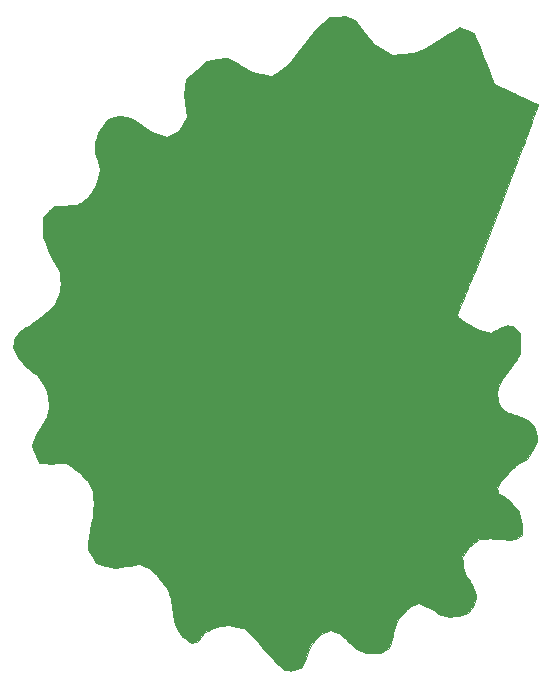
<source format=gtl>
%TF.GenerationSoftware,KiCad,Pcbnew,(5.1.8-0-10_14)*%
%TF.CreationDate,2021-09-01T19:15:24+01:00*%
%TF.ProjectId,4u-2col-blank-ammonite,34752d32-636f-46c2-9d62-6c616e6b2d61,rev?*%
%TF.SameCoordinates,Original*%
%TF.FileFunction,Copper,L1,Top*%
%TF.FilePolarity,Positive*%
%FSLAX46Y46*%
G04 Gerber Fmt 4.6, Leading zero omitted, Abs format (unit mm)*
G04 Created by KiCad (PCBNEW (5.1.8-0-10_14)) date 2021-09-01 19:15:24*
%MOMM*%
%LPD*%
G01*
G04 APERTURE LIST*
%TA.AperFunction,EtchedComponent*%
%ADD10C,0.010000*%
%TD*%
G04 APERTURE END LIST*
D10*
%TO.C,Ref\u002A\u002A*%
G36*
X81864583Y-29388281D02*
G01*
X82679500Y-30403728D01*
X83494417Y-31419176D01*
X84991399Y-32321830D01*
X85872741Y-32255741D01*
X86754083Y-32189653D01*
X87318883Y-31968116D01*
X87883683Y-31746578D01*
X89282330Y-30877539D01*
X89503980Y-30740122D01*
X89715739Y-30609428D01*
X89914788Y-30487159D01*
X90098308Y-30375020D01*
X90263482Y-30274714D01*
X90407491Y-30187945D01*
X90527517Y-30116417D01*
X90620741Y-30061833D01*
X90684347Y-30025897D01*
X90715515Y-30010313D01*
X90717780Y-30009785D01*
X90745964Y-30018031D01*
X90807998Y-30040747D01*
X90898750Y-30075903D01*
X91013085Y-30121468D01*
X91145869Y-30175412D01*
X91291969Y-30235705D01*
X91346974Y-30258632D01*
X91939364Y-30506193D01*
X92069278Y-30823555D01*
X92096498Y-30890359D01*
X92138157Y-30993031D01*
X92192881Y-31128169D01*
X92259298Y-31292372D01*
X92336033Y-31482237D01*
X92421712Y-31694364D01*
X92514961Y-31925351D01*
X92614407Y-32171797D01*
X92718675Y-32430300D01*
X92826392Y-32697458D01*
X92932806Y-32961488D01*
X93666419Y-34782060D01*
X95528376Y-35657330D01*
X95798424Y-35784547D01*
X96055716Y-35906290D01*
X96297773Y-36021356D01*
X96522115Y-36128544D01*
X96726264Y-36226653D01*
X96907739Y-36314481D01*
X97064062Y-36390827D01*
X97192754Y-36454489D01*
X97291335Y-36504266D01*
X97357326Y-36538957D01*
X97388247Y-36557360D01*
X97390333Y-36559657D01*
X97383082Y-36581748D01*
X97361763Y-36641762D01*
X97327027Y-36737929D01*
X97279525Y-36868481D01*
X97219910Y-37031648D01*
X97148831Y-37225662D01*
X97066942Y-37448753D01*
X96974892Y-37699151D01*
X96873333Y-37975089D01*
X96762917Y-38274796D01*
X96644294Y-38596504D01*
X96518117Y-38938443D01*
X96385036Y-39298844D01*
X96245704Y-39675939D01*
X96100770Y-40067957D01*
X95950887Y-40473131D01*
X95796705Y-40889690D01*
X95706030Y-41134565D01*
X94021727Y-45682417D01*
X92263090Y-50021584D01*
X92096851Y-50431847D01*
X91934796Y-50831970D01*
X91777644Y-51220164D01*
X91626120Y-51594640D01*
X91480942Y-51953611D01*
X91342834Y-52295287D01*
X91212516Y-52617879D01*
X91090710Y-52919601D01*
X90978137Y-53198662D01*
X90875519Y-53453274D01*
X90783576Y-53681649D01*
X90703032Y-53881998D01*
X90634606Y-54052533D01*
X90579021Y-54191465D01*
X90536997Y-54297005D01*
X90509257Y-54367366D01*
X90496521Y-54400758D01*
X90495753Y-54403176D01*
X90498965Y-54421662D01*
X90517384Y-54447720D01*
X90554519Y-54484405D01*
X90613875Y-54534774D01*
X90698960Y-54601883D01*
X90813280Y-54688789D01*
X90885401Y-54742787D01*
X91000976Y-54828469D01*
X91100281Y-54900278D01*
X91190238Y-54962402D01*
X91277770Y-55019028D01*
X91369799Y-55074344D01*
X91473249Y-55132538D01*
X91595040Y-55197797D01*
X91742096Y-55274310D01*
X91887000Y-55348697D01*
X92490250Y-55657420D01*
X93364758Y-55855286D01*
X93624895Y-55724883D01*
X93730875Y-55672696D01*
X93863365Y-55608886D01*
X94010272Y-55539195D01*
X94159499Y-55469370D01*
X94277724Y-55414846D01*
X94414200Y-55352432D01*
X94520455Y-55305663D01*
X94605085Y-55273290D01*
X94676686Y-55254062D01*
X94743855Y-55246731D01*
X94815186Y-55250048D01*
X94899276Y-55262762D01*
X95004720Y-55283626D01*
X95077380Y-55298625D01*
X95251510Y-55334417D01*
X95569505Y-55629736D01*
X95887500Y-55925056D01*
X95887500Y-57531933D01*
X95725799Y-57840758D01*
X95674407Y-57935913D01*
X95619327Y-58031213D01*
X95557201Y-58131708D01*
X95484673Y-58242445D01*
X95398388Y-58368473D01*
X95294989Y-58514840D01*
X95171119Y-58686594D01*
X95084246Y-58805750D01*
X94964193Y-58970053D01*
X94840944Y-59138982D01*
X94719383Y-59305824D01*
X94604393Y-59463868D01*
X94500859Y-59606402D01*
X94413665Y-59726716D01*
X94360307Y-59800584D01*
X94116220Y-60139250D01*
X94011459Y-60520250D01*
X93906697Y-60901250D01*
X93940585Y-61261084D01*
X93953324Y-61393187D01*
X93964599Y-61493305D01*
X93976797Y-61571614D01*
X93992303Y-61638285D01*
X94013506Y-61703493D01*
X94042791Y-61777412D01*
X94082544Y-61870215D01*
X94084582Y-61874917D01*
X94194691Y-62128917D01*
X94420645Y-62308834D01*
X94513365Y-62382583D01*
X94603011Y-62453745D01*
X94679884Y-62514630D01*
X94734286Y-62557549D01*
X94737964Y-62560437D01*
X94783729Y-62591834D01*
X94840287Y-62620697D01*
X94915106Y-62649913D01*
X95015657Y-62682370D01*
X95149407Y-62720956D01*
X95162623Y-62724632D01*
X95368960Y-62787908D01*
X95597485Y-62868601D01*
X95834441Y-62961768D01*
X95905587Y-62991612D01*
X96315257Y-63166084D01*
X96654588Y-63453353D01*
X96993918Y-63740623D01*
X97160376Y-64309562D01*
X97203641Y-64458195D01*
X97242725Y-64593921D01*
X97276106Y-64711335D01*
X97302262Y-64805031D01*
X97319670Y-64869606D01*
X97326807Y-64899655D01*
X97326901Y-64900709D01*
X97319389Y-64926982D01*
X97298577Y-64985372D01*
X97267121Y-65068784D01*
X97227680Y-65170124D01*
X97198210Y-65244268D01*
X97154825Y-65349886D01*
X97113183Y-65444062D01*
X97069270Y-65534154D01*
X97019071Y-65627519D01*
X96958572Y-65731517D01*
X96883761Y-65853504D01*
X96790622Y-66000839D01*
X96755552Y-66055696D01*
X96441653Y-66545773D01*
X96070926Y-66750345D01*
X95955283Y-66814610D01*
X95860693Y-66869002D01*
X95779970Y-66918755D01*
X95705924Y-66969100D01*
X95631367Y-67025271D01*
X95549110Y-67092500D01*
X95451965Y-67176020D01*
X95332743Y-67281064D01*
X95291142Y-67317959D01*
X95121709Y-67470903D01*
X94975091Y-67609663D01*
X94840228Y-67745442D01*
X94706060Y-67889445D01*
X94561526Y-68052873D01*
X94532833Y-68086055D01*
X94415292Y-68223533D01*
X94321170Y-68336838D01*
X94245277Y-68433000D01*
X94182423Y-68519049D01*
X94127420Y-68602016D01*
X94075076Y-68688931D01*
X94033800Y-68762098D01*
X93884018Y-69033088D01*
X93947179Y-69244302D01*
X94010341Y-69455516D01*
X94242005Y-69581050D01*
X94385846Y-69666628D01*
X94550402Y-69777920D01*
X94727749Y-69909462D01*
X94796578Y-69963409D01*
X94903899Y-70049475D01*
X94990621Y-70121630D01*
X95063807Y-70187073D01*
X95130518Y-70253001D01*
X95197817Y-70326614D01*
X95272767Y-70415109D01*
X95362429Y-70525687D01*
X95424424Y-70603361D01*
X95729361Y-70986489D01*
X95876091Y-71574203D01*
X95918712Y-71744749D01*
X95952360Y-71881921D01*
X95977895Y-71993519D01*
X95996176Y-72087343D01*
X96008064Y-72171196D01*
X96014418Y-72252877D01*
X96016098Y-72340187D01*
X96013965Y-72440928D01*
X96008878Y-72562899D01*
X96001706Y-72713704D01*
X95988638Y-72990325D01*
X95541256Y-73342051D01*
X94903250Y-73423767D01*
X94437583Y-73360401D01*
X94035765Y-73314369D01*
X93649453Y-73287317D01*
X93284593Y-73279420D01*
X92947131Y-73290850D01*
X92730224Y-73310465D01*
X92398699Y-73349379D01*
X91532551Y-74003417D01*
X90969037Y-74887017D01*
X90993716Y-75302467D01*
X91002741Y-75448280D01*
X91011151Y-75560971D01*
X91020428Y-75649703D01*
X91032053Y-75723635D01*
X91047507Y-75791929D01*
X91068273Y-75863744D01*
X91095831Y-75948242D01*
X91100332Y-75961651D01*
X91134901Y-76063463D01*
X91164413Y-76145316D01*
X91193024Y-76215259D01*
X91224889Y-76281341D01*
X91264165Y-76351612D01*
X91315006Y-76434120D01*
X91381569Y-76536914D01*
X91454431Y-76647490D01*
X91524156Y-76755655D01*
X91587272Y-76860103D01*
X91647860Y-76968593D01*
X91709997Y-77088886D01*
X91777763Y-77228742D01*
X91855236Y-77395923D01*
X91901792Y-77498625D01*
X91965597Y-77641665D01*
X92023097Y-77773460D01*
X92072087Y-77888724D01*
X92110365Y-77982171D01*
X92135725Y-78048513D01*
X92145964Y-78082466D01*
X92146058Y-78084449D01*
X92140765Y-78116427D01*
X92127595Y-78182533D01*
X92108050Y-78275613D01*
X92083633Y-78388516D01*
X92055847Y-78514088D01*
X92054968Y-78518016D01*
X91966480Y-78913384D01*
X91725026Y-79251212D01*
X91483571Y-79589040D01*
X91097911Y-79709492D01*
X90952382Y-79754158D01*
X90834290Y-79787817D01*
X90730999Y-79813115D01*
X90629877Y-79832700D01*
X90518288Y-79849221D01*
X90383598Y-79865325D01*
X90322194Y-79872051D01*
X89932138Y-79914158D01*
X88934974Y-79670990D01*
X88724759Y-79495444D01*
X88630749Y-79419302D01*
X88547512Y-79358670D01*
X88463021Y-79306196D01*
X88365249Y-79254523D01*
X88242170Y-79196297D01*
X88216396Y-79184551D01*
X88078890Y-79120916D01*
X87922743Y-79046729D01*
X87766824Y-78971055D01*
X87630006Y-78902959D01*
X87625700Y-78900776D01*
X87333150Y-78752350D01*
X87012345Y-78849743D01*
X86873465Y-78894151D01*
X86761458Y-78934611D01*
X86681164Y-78969241D01*
X86638144Y-78995486D01*
X86604395Y-79025709D01*
X86545609Y-79078008D01*
X86468484Y-79146437D01*
X86379718Y-79225054D01*
X86320167Y-79277725D01*
X86214040Y-79375490D01*
X86092148Y-79494150D01*
X85965942Y-79622176D01*
X85846872Y-79748039D01*
X85781334Y-79820290D01*
X85507085Y-80128964D01*
X85342101Y-80548107D01*
X85284148Y-80697066D01*
X85239455Y-80817614D01*
X85204913Y-80920380D01*
X85177414Y-81015993D01*
X85153846Y-81115082D01*
X85131102Y-81228277D01*
X85111136Y-81337667D01*
X85085375Y-81476362D01*
X85060420Y-81594240D01*
X85033066Y-81702672D01*
X85000106Y-81813029D01*
X84958334Y-81936682D01*
X84904542Y-82085000D01*
X84887293Y-82131417D01*
X84729431Y-82554750D01*
X84342896Y-82771709D01*
X83956362Y-82988667D01*
X82808167Y-82988667D01*
X82396387Y-82795651D01*
X81984608Y-82602635D01*
X81596512Y-82264561D01*
X81461115Y-82144761D01*
X81312044Y-82009735D01*
X81160444Y-81869784D01*
X81017461Y-81735209D01*
X80894238Y-81616312D01*
X80880333Y-81602624D01*
X80552250Y-81278761D01*
X80144399Y-81172345D01*
X79736548Y-81065928D01*
X79382399Y-81204486D01*
X79028250Y-81343043D01*
X78573167Y-81809216D01*
X78118083Y-82275388D01*
X77883285Y-82901902D01*
X77789461Y-83146462D01*
X77696933Y-83376541D01*
X77608653Y-83585111D01*
X77527571Y-83765148D01*
X77476219Y-83871343D01*
X77303951Y-84214268D01*
X76904224Y-84342301D01*
X76776579Y-84381902D01*
X76658278Y-84416218D01*
X76556867Y-84443248D01*
X76479890Y-84460988D01*
X76434893Y-84467436D01*
X76432873Y-84467403D01*
X76383033Y-84464214D01*
X76302823Y-84457815D01*
X76204000Y-84449187D01*
X76114696Y-84440883D01*
X76029344Y-84433072D01*
X75963567Y-84425737D01*
X75910720Y-84415082D01*
X75864160Y-84397311D01*
X75817242Y-84368629D01*
X75763323Y-84325239D01*
X75695758Y-84263345D01*
X75607904Y-84179153D01*
X75536846Y-84110743D01*
X75228006Y-83807699D01*
X74913943Y-83486305D01*
X74590715Y-83142347D01*
X74254379Y-82771613D01*
X73900994Y-82369889D01*
X73813728Y-82269000D01*
X73648024Y-82077305D01*
X73505860Y-81914047D01*
X73383526Y-81775259D01*
X73277318Y-81656977D01*
X73183528Y-81555236D01*
X73098449Y-81466070D01*
X73018376Y-81385515D01*
X72939602Y-81309604D01*
X72858419Y-81234374D01*
X72783372Y-81166770D01*
X72437503Y-80858290D01*
X71817043Y-80746122D01*
X71196583Y-80633953D01*
X70498083Y-80655523D01*
X70095917Y-80796801D01*
X69949463Y-80849037D01*
X69832864Y-80893190D01*
X69735683Y-80934172D01*
X69647483Y-80976894D01*
X69557828Y-81026265D01*
X69456283Y-81087197D01*
X69386368Y-81130683D01*
X69078987Y-81323287D01*
X68809709Y-81664751D01*
X68540431Y-82006214D01*
X68302174Y-82063912D01*
X68205772Y-82086747D01*
X68123670Y-82105241D01*
X68065065Y-82117384D01*
X68039888Y-82121222D01*
X68003883Y-82108851D01*
X67940802Y-82075343D01*
X67857312Y-82025127D01*
X67760079Y-81962628D01*
X67655772Y-81892275D01*
X67551056Y-81818494D01*
X67452599Y-81745713D01*
X67367068Y-81678359D01*
X67344250Y-81659297D01*
X67261266Y-81587335D01*
X67195793Y-81525676D01*
X67140238Y-81465228D01*
X67087010Y-81396896D01*
X67028515Y-81311588D01*
X66957162Y-81200209D01*
X66945580Y-81181806D01*
X66875295Y-81068495D01*
X66821305Y-80976137D01*
X66778431Y-80893462D01*
X66741492Y-80809201D01*
X66705309Y-80712084D01*
X66664701Y-80590842D01*
X66643021Y-80523591D01*
X66614953Y-80435359D01*
X66591144Y-80357754D01*
X66570612Y-80285578D01*
X66552373Y-80213632D01*
X66535442Y-80136717D01*
X66518837Y-80049635D01*
X66501573Y-79947188D01*
X66482666Y-79824175D01*
X66461134Y-79675399D01*
X66435992Y-79495661D01*
X66406257Y-79279763D01*
X66402549Y-79252750D01*
X66277633Y-78342584D01*
X66141943Y-77970262D01*
X66092192Y-77835337D01*
X66051157Y-77730254D01*
X66013640Y-77644876D01*
X65974441Y-77569063D01*
X65928360Y-77492679D01*
X65870198Y-77405585D01*
X65802958Y-77309284D01*
X65724192Y-77200340D01*
X65626530Y-77069728D01*
X65518241Y-76928249D01*
X65407596Y-76786701D01*
X65302863Y-76655884D01*
X65298962Y-76651087D01*
X65192483Y-76521471D01*
X65104061Y-76417610D01*
X65025995Y-76331663D01*
X64950582Y-76255792D01*
X64870122Y-76182157D01*
X64776912Y-76102918D01*
X64692934Y-76034229D01*
X64582804Y-75945610D01*
X64495371Y-75877904D01*
X64420686Y-75825073D01*
X64348797Y-75781084D01*
X64269754Y-75739901D01*
X64173606Y-75695488D01*
X64050401Y-75641810D01*
X64035012Y-75635186D01*
X63682417Y-75483460D01*
X63100333Y-75550869D01*
X62914401Y-75572824D01*
X62711829Y-75597468D01*
X62505546Y-75623178D01*
X62308478Y-75648335D01*
X62133552Y-75671316D01*
X62052583Y-75682287D01*
X61586917Y-75746296D01*
X61142417Y-75666834D01*
X60903566Y-75620889D01*
X60690600Y-75572364D01*
X60487094Y-75517255D01*
X60327500Y-75468134D01*
X59957083Y-75348894D01*
X59741241Y-75004239D01*
X59661118Y-74874735D01*
X59577396Y-74736724D01*
X59497230Y-74602178D01*
X59427773Y-74483071D01*
X59389843Y-74416167D01*
X59254288Y-74172750D01*
X59282998Y-73738834D01*
X59294650Y-73579239D01*
X59307855Y-73437411D01*
X59324183Y-73302066D01*
X59345198Y-73161920D01*
X59372467Y-73005690D01*
X59407558Y-72822090D01*
X59416712Y-72775750D01*
X59473887Y-72486808D01*
X59523219Y-72235163D01*
X59565358Y-72016639D01*
X59600953Y-71827061D01*
X59630654Y-71662253D01*
X59655110Y-71518038D01*
X59674971Y-71390241D01*
X59690886Y-71274687D01*
X59703504Y-71167199D01*
X59713475Y-71063602D01*
X59721447Y-70959719D01*
X59728071Y-70851376D01*
X59733924Y-70735934D01*
X59741345Y-70569727D01*
X59745928Y-70433782D01*
X59747404Y-70316782D01*
X59745504Y-70207408D01*
X59739959Y-70094341D01*
X59730501Y-69966264D01*
X59716861Y-69811857D01*
X59710310Y-69741637D01*
X59663312Y-69241989D01*
X59478967Y-68832250D01*
X59294622Y-68422510D01*
X58885019Y-68037036D01*
X58729005Y-67892119D01*
X58594449Y-67771770D01*
X58473802Y-67669730D01*
X58359512Y-67579734D01*
X58244030Y-67495522D01*
X58172921Y-67446450D01*
X58051771Y-67362473D01*
X57923064Y-67270171D01*
X57799406Y-67178777D01*
X57693402Y-67097524D01*
X57657940Y-67069261D01*
X57445456Y-66897185D01*
X56690436Y-66924039D01*
X56484143Y-66931163D01*
X56313489Y-66936393D01*
X56171817Y-66939670D01*
X56052472Y-66940933D01*
X55948799Y-66940120D01*
X55854142Y-66937172D01*
X55761846Y-66932028D01*
X55665255Y-66924626D01*
X55557713Y-66914907D01*
X55543833Y-66913590D01*
X55420481Y-66901692D01*
X55312925Y-66891036D01*
X55227743Y-66882299D01*
X55171513Y-66876153D01*
X55150813Y-66873275D01*
X55150809Y-66873268D01*
X55140553Y-66854773D01*
X55113728Y-66806713D01*
X55074451Y-66736458D01*
X55028618Y-66654554D01*
X54841706Y-66287679D01*
X54679961Y-65902793D01*
X54601468Y-65680088D01*
X54509995Y-65400093D01*
X54673131Y-64949355D01*
X54836267Y-64498616D01*
X55101976Y-64107516D01*
X55195366Y-63967899D01*
X55294943Y-63815337D01*
X55393086Y-63661754D01*
X55482179Y-63519070D01*
X55554343Y-63399645D01*
X55616496Y-63293607D01*
X55664712Y-63208246D01*
X55702618Y-63134633D01*
X55733843Y-63063839D01*
X55762013Y-62986934D01*
X55790754Y-62894988D01*
X55823695Y-62779071D01*
X55859560Y-62648228D01*
X55978119Y-62213584D01*
X55930040Y-61737334D01*
X55913153Y-61574950D01*
X55897919Y-61444440D01*
X55882428Y-61335494D01*
X55864770Y-61237802D01*
X55843035Y-61141055D01*
X55815316Y-61034944D01*
X55779702Y-60909158D01*
X55771275Y-60880084D01*
X55660590Y-60499084D01*
X55316968Y-59980724D01*
X54973347Y-59462364D01*
X54551833Y-59165807D01*
X54422508Y-59074575D01*
X54319105Y-59000211D01*
X54234587Y-58936444D01*
X54161913Y-58877000D01*
X54094044Y-58815607D01*
X54023941Y-58745993D01*
X53944566Y-58661885D01*
X53848878Y-58557011D01*
X53767700Y-58467084D01*
X53405080Y-58064917D01*
X53170635Y-57613775D01*
X52936191Y-57162634D01*
X52992956Y-56756525D01*
X53011694Y-56625397D01*
X53029735Y-56504486D01*
X53045839Y-56401697D01*
X53058768Y-56324930D01*
X53067283Y-56282091D01*
X53067373Y-56281737D01*
X53091653Y-56234670D01*
X53147331Y-56160573D01*
X53234594Y-56059217D01*
X53353631Y-55930372D01*
X53367221Y-55916039D01*
X53649417Y-55619021D01*
X54019833Y-55413651D01*
X54234142Y-55286691D01*
X54470685Y-55131880D01*
X54723998Y-54953384D01*
X54988620Y-54755370D01*
X55259087Y-54542003D01*
X55529938Y-54317449D01*
X55795709Y-54085873D01*
X55974908Y-53922654D01*
X56437732Y-53492917D01*
X56657907Y-52965071D01*
X56723869Y-52806501D01*
X56775786Y-52679538D01*
X56816008Y-52576758D01*
X56846884Y-52490738D01*
X56870764Y-52414055D01*
X56889998Y-52339285D01*
X56906935Y-52259005D01*
X56923924Y-52165792D01*
X56939275Y-52076071D01*
X57000468Y-51714917D01*
X56935129Y-51218976D01*
X56869791Y-50723034D01*
X56606342Y-50277059D01*
X56362991Y-49839666D01*
X56127883Y-49366153D01*
X55903768Y-48862373D01*
X55693395Y-48334181D01*
X55691055Y-48327957D01*
X55484163Y-47777330D01*
X55461082Y-47137176D01*
X55455162Y-46967439D01*
X55449809Y-46803246D01*
X55445225Y-46651654D01*
X55441610Y-46519724D01*
X55439169Y-46414513D01*
X55438101Y-46343080D01*
X55438071Y-46333136D01*
X55438141Y-46169250D01*
X55718529Y-45816656D01*
X55812697Y-45698718D01*
X55887165Y-45607715D01*
X55948409Y-45537312D01*
X56002901Y-45481171D01*
X56057118Y-45432958D01*
X56117532Y-45386334D01*
X56190618Y-45334964D01*
X56256052Y-45290584D01*
X56513187Y-45117105D01*
X57293219Y-45099058D01*
X57475112Y-45094884D01*
X57647198Y-45091000D01*
X57804020Y-45087526D01*
X57940121Y-45084578D01*
X58050042Y-45082276D01*
X58128326Y-45080737D01*
X58168601Y-45080089D01*
X58204441Y-45077526D01*
X58242392Y-45068645D01*
X58288127Y-45050594D01*
X58347318Y-45020521D01*
X58425638Y-44975572D01*
X58528759Y-44912896D01*
X58644851Y-44840609D01*
X58774826Y-44758667D01*
X58877373Y-44691797D01*
X58961188Y-44633003D01*
X59034972Y-44575289D01*
X59107420Y-44511660D01*
X59187232Y-44435120D01*
X59283106Y-44338674D01*
X59335694Y-44284984D01*
X59645638Y-43967917D01*
X59850329Y-43491667D01*
X59913741Y-43343534D01*
X59963843Y-43223580D01*
X60003595Y-43122515D01*
X60035956Y-43031048D01*
X60063885Y-42939888D01*
X60090341Y-42839745D01*
X60118284Y-42721327D01*
X60150673Y-42575345D01*
X60169018Y-42491146D01*
X60283017Y-41966875D01*
X60085218Y-41305812D01*
X59887418Y-40644750D01*
X59863468Y-40200250D01*
X59839519Y-39755750D01*
X59998176Y-39348077D01*
X60156832Y-38940404D01*
X60969660Y-37739264D01*
X61479372Y-37609439D01*
X61621066Y-37573657D01*
X61750011Y-37541679D01*
X61860269Y-37514931D01*
X61945904Y-37494838D01*
X62000980Y-37482824D01*
X62018720Y-37479974D01*
X62046360Y-37486108D01*
X62108621Y-37503178D01*
X62199719Y-37529491D01*
X62313868Y-37563357D01*
X62445284Y-37603082D01*
X62561985Y-37638877D01*
X63075614Y-37797421D01*
X63887015Y-38333346D01*
X64698417Y-38869272D01*
X65921901Y-39321036D01*
X66438232Y-39051560D01*
X66954562Y-38782084D01*
X67634200Y-37602352D01*
X67412700Y-35716274D01*
X67502992Y-35064941D01*
X67593285Y-34413608D01*
X68457896Y-33618557D01*
X69322507Y-32823505D01*
X70169827Y-32706750D01*
X70381021Y-32677732D01*
X70554417Y-32654221D01*
X70694140Y-32635848D01*
X70804315Y-32622245D01*
X70889069Y-32613044D01*
X70952526Y-32607875D01*
X70998812Y-32606369D01*
X71032052Y-32608160D01*
X71056373Y-32612876D01*
X71075898Y-32620151D01*
X71085699Y-32624911D01*
X71117022Y-32641361D01*
X71181951Y-32675858D01*
X71276792Y-32726427D01*
X71397850Y-32791093D01*
X71541433Y-32867880D01*
X71703845Y-32954815D01*
X71881395Y-33049921D01*
X72070386Y-33151224D01*
X72170250Y-33204779D01*
X73186250Y-33749732D01*
X73954878Y-33944043D01*
X74129198Y-33988188D01*
X74290992Y-34029307D01*
X74435573Y-34066198D01*
X74558251Y-34097659D01*
X74654338Y-34122486D01*
X74719147Y-34139476D01*
X74747989Y-34147429D01*
X74748628Y-34147648D01*
X74771788Y-34138794D01*
X74826114Y-34109411D01*
X74907306Y-34062086D01*
X75011064Y-33999408D01*
X75133090Y-33923963D01*
X75269084Y-33838341D01*
X75377000Y-33769425D01*
X75980250Y-33381908D01*
X76417000Y-32864662D01*
X76510889Y-32752363D01*
X76627029Y-32611633D01*
X76761502Y-32447314D01*
X76910386Y-32264248D01*
X77069763Y-32067279D01*
X77235713Y-31861249D01*
X77404316Y-31651000D01*
X77571651Y-31441375D01*
X77709475Y-31267917D01*
X78565200Y-30188417D01*
X79164451Y-29651262D01*
X79763702Y-29114108D01*
X80401392Y-29093998D01*
X81039083Y-29073887D01*
X81864583Y-29388281D01*
G37*
X81864583Y-29388281D02*
X82679500Y-30403728D01*
X83494417Y-31419176D01*
X84991399Y-32321830D01*
X85872741Y-32255741D01*
X86754083Y-32189653D01*
X87318883Y-31968116D01*
X87883683Y-31746578D01*
X89282330Y-30877539D01*
X89503980Y-30740122D01*
X89715739Y-30609428D01*
X89914788Y-30487159D01*
X90098308Y-30375020D01*
X90263482Y-30274714D01*
X90407491Y-30187945D01*
X90527517Y-30116417D01*
X90620741Y-30061833D01*
X90684347Y-30025897D01*
X90715515Y-30010313D01*
X90717780Y-30009785D01*
X90745964Y-30018031D01*
X90807998Y-30040747D01*
X90898750Y-30075903D01*
X91013085Y-30121468D01*
X91145869Y-30175412D01*
X91291969Y-30235705D01*
X91346974Y-30258632D01*
X91939364Y-30506193D01*
X92069278Y-30823555D01*
X92096498Y-30890359D01*
X92138157Y-30993031D01*
X92192881Y-31128169D01*
X92259298Y-31292372D01*
X92336033Y-31482237D01*
X92421712Y-31694364D01*
X92514961Y-31925351D01*
X92614407Y-32171797D01*
X92718675Y-32430300D01*
X92826392Y-32697458D01*
X92932806Y-32961488D01*
X93666419Y-34782060D01*
X95528376Y-35657330D01*
X95798424Y-35784547D01*
X96055716Y-35906290D01*
X96297773Y-36021356D01*
X96522115Y-36128544D01*
X96726264Y-36226653D01*
X96907739Y-36314481D01*
X97064062Y-36390827D01*
X97192754Y-36454489D01*
X97291335Y-36504266D01*
X97357326Y-36538957D01*
X97388247Y-36557360D01*
X97390333Y-36559657D01*
X97383082Y-36581748D01*
X97361763Y-36641762D01*
X97327027Y-36737929D01*
X97279525Y-36868481D01*
X97219910Y-37031648D01*
X97148831Y-37225662D01*
X97066942Y-37448753D01*
X96974892Y-37699151D01*
X96873333Y-37975089D01*
X96762917Y-38274796D01*
X96644294Y-38596504D01*
X96518117Y-38938443D01*
X96385036Y-39298844D01*
X96245704Y-39675939D01*
X96100770Y-40067957D01*
X95950887Y-40473131D01*
X95796705Y-40889690D01*
X95706030Y-41134565D01*
X94021727Y-45682417D01*
X92263090Y-50021584D01*
X92096851Y-50431847D01*
X91934796Y-50831970D01*
X91777644Y-51220164D01*
X91626120Y-51594640D01*
X91480942Y-51953611D01*
X91342834Y-52295287D01*
X91212516Y-52617879D01*
X91090710Y-52919601D01*
X90978137Y-53198662D01*
X90875519Y-53453274D01*
X90783576Y-53681649D01*
X90703032Y-53881998D01*
X90634606Y-54052533D01*
X90579021Y-54191465D01*
X90536997Y-54297005D01*
X90509257Y-54367366D01*
X90496521Y-54400758D01*
X90495753Y-54403176D01*
X90498965Y-54421662D01*
X90517384Y-54447720D01*
X90554519Y-54484405D01*
X90613875Y-54534774D01*
X90698960Y-54601883D01*
X90813280Y-54688789D01*
X90885401Y-54742787D01*
X91000976Y-54828469D01*
X91100281Y-54900278D01*
X91190238Y-54962402D01*
X91277770Y-55019028D01*
X91369799Y-55074344D01*
X91473249Y-55132538D01*
X91595040Y-55197797D01*
X91742096Y-55274310D01*
X91887000Y-55348697D01*
X92490250Y-55657420D01*
X93364758Y-55855286D01*
X93624895Y-55724883D01*
X93730875Y-55672696D01*
X93863365Y-55608886D01*
X94010272Y-55539195D01*
X94159499Y-55469370D01*
X94277724Y-55414846D01*
X94414200Y-55352432D01*
X94520455Y-55305663D01*
X94605085Y-55273290D01*
X94676686Y-55254062D01*
X94743855Y-55246731D01*
X94815186Y-55250048D01*
X94899276Y-55262762D01*
X95004720Y-55283626D01*
X95077380Y-55298625D01*
X95251510Y-55334417D01*
X95569505Y-55629736D01*
X95887500Y-55925056D01*
X95887500Y-57531933D01*
X95725799Y-57840758D01*
X95674407Y-57935913D01*
X95619327Y-58031213D01*
X95557201Y-58131708D01*
X95484673Y-58242445D01*
X95398388Y-58368473D01*
X95294989Y-58514840D01*
X95171119Y-58686594D01*
X95084246Y-58805750D01*
X94964193Y-58970053D01*
X94840944Y-59138982D01*
X94719383Y-59305824D01*
X94604393Y-59463868D01*
X94500859Y-59606402D01*
X94413665Y-59726716D01*
X94360307Y-59800584D01*
X94116220Y-60139250D01*
X94011459Y-60520250D01*
X93906697Y-60901250D01*
X93940585Y-61261084D01*
X93953324Y-61393187D01*
X93964599Y-61493305D01*
X93976797Y-61571614D01*
X93992303Y-61638285D01*
X94013506Y-61703493D01*
X94042791Y-61777412D01*
X94082544Y-61870215D01*
X94084582Y-61874917D01*
X94194691Y-62128917D01*
X94420645Y-62308834D01*
X94513365Y-62382583D01*
X94603011Y-62453745D01*
X94679884Y-62514630D01*
X94734286Y-62557549D01*
X94737964Y-62560437D01*
X94783729Y-62591834D01*
X94840287Y-62620697D01*
X94915106Y-62649913D01*
X95015657Y-62682370D01*
X95149407Y-62720956D01*
X95162623Y-62724632D01*
X95368960Y-62787908D01*
X95597485Y-62868601D01*
X95834441Y-62961768D01*
X95905587Y-62991612D01*
X96315257Y-63166084D01*
X96654588Y-63453353D01*
X96993918Y-63740623D01*
X97160376Y-64309562D01*
X97203641Y-64458195D01*
X97242725Y-64593921D01*
X97276106Y-64711335D01*
X97302262Y-64805031D01*
X97319670Y-64869606D01*
X97326807Y-64899655D01*
X97326901Y-64900709D01*
X97319389Y-64926982D01*
X97298577Y-64985372D01*
X97267121Y-65068784D01*
X97227680Y-65170124D01*
X97198210Y-65244268D01*
X97154825Y-65349886D01*
X97113183Y-65444062D01*
X97069270Y-65534154D01*
X97019071Y-65627519D01*
X96958572Y-65731517D01*
X96883761Y-65853504D01*
X96790622Y-66000839D01*
X96755552Y-66055696D01*
X96441653Y-66545773D01*
X96070926Y-66750345D01*
X95955283Y-66814610D01*
X95860693Y-66869002D01*
X95779970Y-66918755D01*
X95705924Y-66969100D01*
X95631367Y-67025271D01*
X95549110Y-67092500D01*
X95451965Y-67176020D01*
X95332743Y-67281064D01*
X95291142Y-67317959D01*
X95121709Y-67470903D01*
X94975091Y-67609663D01*
X94840228Y-67745442D01*
X94706060Y-67889445D01*
X94561526Y-68052873D01*
X94532833Y-68086055D01*
X94415292Y-68223533D01*
X94321170Y-68336838D01*
X94245277Y-68433000D01*
X94182423Y-68519049D01*
X94127420Y-68602016D01*
X94075076Y-68688931D01*
X94033800Y-68762098D01*
X93884018Y-69033088D01*
X93947179Y-69244302D01*
X94010341Y-69455516D01*
X94242005Y-69581050D01*
X94385846Y-69666628D01*
X94550402Y-69777920D01*
X94727749Y-69909462D01*
X94796578Y-69963409D01*
X94903899Y-70049475D01*
X94990621Y-70121630D01*
X95063807Y-70187073D01*
X95130518Y-70253001D01*
X95197817Y-70326614D01*
X95272767Y-70415109D01*
X95362429Y-70525687D01*
X95424424Y-70603361D01*
X95729361Y-70986489D01*
X95876091Y-71574203D01*
X95918712Y-71744749D01*
X95952360Y-71881921D01*
X95977895Y-71993519D01*
X95996176Y-72087343D01*
X96008064Y-72171196D01*
X96014418Y-72252877D01*
X96016098Y-72340187D01*
X96013965Y-72440928D01*
X96008878Y-72562899D01*
X96001706Y-72713704D01*
X95988638Y-72990325D01*
X95541256Y-73342051D01*
X94903250Y-73423767D01*
X94437583Y-73360401D01*
X94035765Y-73314369D01*
X93649453Y-73287317D01*
X93284593Y-73279420D01*
X92947131Y-73290850D01*
X92730224Y-73310465D01*
X92398699Y-73349379D01*
X91532551Y-74003417D01*
X90969037Y-74887017D01*
X90993716Y-75302467D01*
X91002741Y-75448280D01*
X91011151Y-75560971D01*
X91020428Y-75649703D01*
X91032053Y-75723635D01*
X91047507Y-75791929D01*
X91068273Y-75863744D01*
X91095831Y-75948242D01*
X91100332Y-75961651D01*
X91134901Y-76063463D01*
X91164413Y-76145316D01*
X91193024Y-76215259D01*
X91224889Y-76281341D01*
X91264165Y-76351612D01*
X91315006Y-76434120D01*
X91381569Y-76536914D01*
X91454431Y-76647490D01*
X91524156Y-76755655D01*
X91587272Y-76860103D01*
X91647860Y-76968593D01*
X91709997Y-77088886D01*
X91777763Y-77228742D01*
X91855236Y-77395923D01*
X91901792Y-77498625D01*
X91965597Y-77641665D01*
X92023097Y-77773460D01*
X92072087Y-77888724D01*
X92110365Y-77982171D01*
X92135725Y-78048513D01*
X92145964Y-78082466D01*
X92146058Y-78084449D01*
X92140765Y-78116427D01*
X92127595Y-78182533D01*
X92108050Y-78275613D01*
X92083633Y-78388516D01*
X92055847Y-78514088D01*
X92054968Y-78518016D01*
X91966480Y-78913384D01*
X91725026Y-79251212D01*
X91483571Y-79589040D01*
X91097911Y-79709492D01*
X90952382Y-79754158D01*
X90834290Y-79787817D01*
X90730999Y-79813115D01*
X90629877Y-79832700D01*
X90518288Y-79849221D01*
X90383598Y-79865325D01*
X90322194Y-79872051D01*
X89932138Y-79914158D01*
X88934974Y-79670990D01*
X88724759Y-79495444D01*
X88630749Y-79419302D01*
X88547512Y-79358670D01*
X88463021Y-79306196D01*
X88365249Y-79254523D01*
X88242170Y-79196297D01*
X88216396Y-79184551D01*
X88078890Y-79120916D01*
X87922743Y-79046729D01*
X87766824Y-78971055D01*
X87630006Y-78902959D01*
X87625700Y-78900776D01*
X87333150Y-78752350D01*
X87012345Y-78849743D01*
X86873465Y-78894151D01*
X86761458Y-78934611D01*
X86681164Y-78969241D01*
X86638144Y-78995486D01*
X86604395Y-79025709D01*
X86545609Y-79078008D01*
X86468484Y-79146437D01*
X86379718Y-79225054D01*
X86320167Y-79277725D01*
X86214040Y-79375490D01*
X86092148Y-79494150D01*
X85965942Y-79622176D01*
X85846872Y-79748039D01*
X85781334Y-79820290D01*
X85507085Y-80128964D01*
X85342101Y-80548107D01*
X85284148Y-80697066D01*
X85239455Y-80817614D01*
X85204913Y-80920380D01*
X85177414Y-81015993D01*
X85153846Y-81115082D01*
X85131102Y-81228277D01*
X85111136Y-81337667D01*
X85085375Y-81476362D01*
X85060420Y-81594240D01*
X85033066Y-81702672D01*
X85000106Y-81813029D01*
X84958334Y-81936682D01*
X84904542Y-82085000D01*
X84887293Y-82131417D01*
X84729431Y-82554750D01*
X84342896Y-82771709D01*
X83956362Y-82988667D01*
X82808167Y-82988667D01*
X82396387Y-82795651D01*
X81984608Y-82602635D01*
X81596512Y-82264561D01*
X81461115Y-82144761D01*
X81312044Y-82009735D01*
X81160444Y-81869784D01*
X81017461Y-81735209D01*
X80894238Y-81616312D01*
X80880333Y-81602624D01*
X80552250Y-81278761D01*
X80144399Y-81172345D01*
X79736548Y-81065928D01*
X79382399Y-81204486D01*
X79028250Y-81343043D01*
X78573167Y-81809216D01*
X78118083Y-82275388D01*
X77883285Y-82901902D01*
X77789461Y-83146462D01*
X77696933Y-83376541D01*
X77608653Y-83585111D01*
X77527571Y-83765148D01*
X77476219Y-83871343D01*
X77303951Y-84214268D01*
X76904224Y-84342301D01*
X76776579Y-84381902D01*
X76658278Y-84416218D01*
X76556867Y-84443248D01*
X76479890Y-84460988D01*
X76434893Y-84467436D01*
X76432873Y-84467403D01*
X76383033Y-84464214D01*
X76302823Y-84457815D01*
X76204000Y-84449187D01*
X76114696Y-84440883D01*
X76029344Y-84433072D01*
X75963567Y-84425737D01*
X75910720Y-84415082D01*
X75864160Y-84397311D01*
X75817242Y-84368629D01*
X75763323Y-84325239D01*
X75695758Y-84263345D01*
X75607904Y-84179153D01*
X75536846Y-84110743D01*
X75228006Y-83807699D01*
X74913943Y-83486305D01*
X74590715Y-83142347D01*
X74254379Y-82771613D01*
X73900994Y-82369889D01*
X73813728Y-82269000D01*
X73648024Y-82077305D01*
X73505860Y-81914047D01*
X73383526Y-81775259D01*
X73277318Y-81656977D01*
X73183528Y-81555236D01*
X73098449Y-81466070D01*
X73018376Y-81385515D01*
X72939602Y-81309604D01*
X72858419Y-81234374D01*
X72783372Y-81166770D01*
X72437503Y-80858290D01*
X71817043Y-80746122D01*
X71196583Y-80633953D01*
X70498083Y-80655523D01*
X70095917Y-80796801D01*
X69949463Y-80849037D01*
X69832864Y-80893190D01*
X69735683Y-80934172D01*
X69647483Y-80976894D01*
X69557828Y-81026265D01*
X69456283Y-81087197D01*
X69386368Y-81130683D01*
X69078987Y-81323287D01*
X68809709Y-81664751D01*
X68540431Y-82006214D01*
X68302174Y-82063912D01*
X68205772Y-82086747D01*
X68123670Y-82105241D01*
X68065065Y-82117384D01*
X68039888Y-82121222D01*
X68003883Y-82108851D01*
X67940802Y-82075343D01*
X67857312Y-82025127D01*
X67760079Y-81962628D01*
X67655772Y-81892275D01*
X67551056Y-81818494D01*
X67452599Y-81745713D01*
X67367068Y-81678359D01*
X67344250Y-81659297D01*
X67261266Y-81587335D01*
X67195793Y-81525676D01*
X67140238Y-81465228D01*
X67087010Y-81396896D01*
X67028515Y-81311588D01*
X66957162Y-81200209D01*
X66945580Y-81181806D01*
X66875295Y-81068495D01*
X66821305Y-80976137D01*
X66778431Y-80893462D01*
X66741492Y-80809201D01*
X66705309Y-80712084D01*
X66664701Y-80590842D01*
X66643021Y-80523591D01*
X66614953Y-80435359D01*
X66591144Y-80357754D01*
X66570612Y-80285578D01*
X66552373Y-80213632D01*
X66535442Y-80136717D01*
X66518837Y-80049635D01*
X66501573Y-79947188D01*
X66482666Y-79824175D01*
X66461134Y-79675399D01*
X66435992Y-79495661D01*
X66406257Y-79279763D01*
X66402549Y-79252750D01*
X66277633Y-78342584D01*
X66141943Y-77970262D01*
X66092192Y-77835337D01*
X66051157Y-77730254D01*
X66013640Y-77644876D01*
X65974441Y-77569063D01*
X65928360Y-77492679D01*
X65870198Y-77405585D01*
X65802958Y-77309284D01*
X65724192Y-77200340D01*
X65626530Y-77069728D01*
X65518241Y-76928249D01*
X65407596Y-76786701D01*
X65302863Y-76655884D01*
X65298962Y-76651087D01*
X65192483Y-76521471D01*
X65104061Y-76417610D01*
X65025995Y-76331663D01*
X64950582Y-76255792D01*
X64870122Y-76182157D01*
X64776912Y-76102918D01*
X64692934Y-76034229D01*
X64582804Y-75945610D01*
X64495371Y-75877904D01*
X64420686Y-75825073D01*
X64348797Y-75781084D01*
X64269754Y-75739901D01*
X64173606Y-75695488D01*
X64050401Y-75641810D01*
X64035012Y-75635186D01*
X63682417Y-75483460D01*
X63100333Y-75550869D01*
X62914401Y-75572824D01*
X62711829Y-75597468D01*
X62505546Y-75623178D01*
X62308478Y-75648335D01*
X62133552Y-75671316D01*
X62052583Y-75682287D01*
X61586917Y-75746296D01*
X61142417Y-75666834D01*
X60903566Y-75620889D01*
X60690600Y-75572364D01*
X60487094Y-75517255D01*
X60327500Y-75468134D01*
X59957083Y-75348894D01*
X59741241Y-75004239D01*
X59661118Y-74874735D01*
X59577396Y-74736724D01*
X59497230Y-74602178D01*
X59427773Y-74483071D01*
X59389843Y-74416167D01*
X59254288Y-74172750D01*
X59282998Y-73738834D01*
X59294650Y-73579239D01*
X59307855Y-73437411D01*
X59324183Y-73302066D01*
X59345198Y-73161920D01*
X59372467Y-73005690D01*
X59407558Y-72822090D01*
X59416712Y-72775750D01*
X59473887Y-72486808D01*
X59523219Y-72235163D01*
X59565358Y-72016639D01*
X59600953Y-71827061D01*
X59630654Y-71662253D01*
X59655110Y-71518038D01*
X59674971Y-71390241D01*
X59690886Y-71274687D01*
X59703504Y-71167199D01*
X59713475Y-71063602D01*
X59721447Y-70959719D01*
X59728071Y-70851376D01*
X59733924Y-70735934D01*
X59741345Y-70569727D01*
X59745928Y-70433782D01*
X59747404Y-70316782D01*
X59745504Y-70207408D01*
X59739959Y-70094341D01*
X59730501Y-69966264D01*
X59716861Y-69811857D01*
X59710310Y-69741637D01*
X59663312Y-69241989D01*
X59478967Y-68832250D01*
X59294622Y-68422510D01*
X58885019Y-68037036D01*
X58729005Y-67892119D01*
X58594449Y-67771770D01*
X58473802Y-67669730D01*
X58359512Y-67579734D01*
X58244030Y-67495522D01*
X58172921Y-67446450D01*
X58051771Y-67362473D01*
X57923064Y-67270171D01*
X57799406Y-67178777D01*
X57693402Y-67097524D01*
X57657940Y-67069261D01*
X57445456Y-66897185D01*
X56690436Y-66924039D01*
X56484143Y-66931163D01*
X56313489Y-66936393D01*
X56171817Y-66939670D01*
X56052472Y-66940933D01*
X55948799Y-66940120D01*
X55854142Y-66937172D01*
X55761846Y-66932028D01*
X55665255Y-66924626D01*
X55557713Y-66914907D01*
X55543833Y-66913590D01*
X55420481Y-66901692D01*
X55312925Y-66891036D01*
X55227743Y-66882299D01*
X55171513Y-66876153D01*
X55150813Y-66873275D01*
X55150809Y-66873268D01*
X55140553Y-66854773D01*
X55113728Y-66806713D01*
X55074451Y-66736458D01*
X55028618Y-66654554D01*
X54841706Y-66287679D01*
X54679961Y-65902793D01*
X54601468Y-65680088D01*
X54509995Y-65400093D01*
X54673131Y-64949355D01*
X54836267Y-64498616D01*
X55101976Y-64107516D01*
X55195366Y-63967899D01*
X55294943Y-63815337D01*
X55393086Y-63661754D01*
X55482179Y-63519070D01*
X55554343Y-63399645D01*
X55616496Y-63293607D01*
X55664712Y-63208246D01*
X55702618Y-63134633D01*
X55733843Y-63063839D01*
X55762013Y-62986934D01*
X55790754Y-62894988D01*
X55823695Y-62779071D01*
X55859560Y-62648228D01*
X55978119Y-62213584D01*
X55930040Y-61737334D01*
X55913153Y-61574950D01*
X55897919Y-61444440D01*
X55882428Y-61335494D01*
X55864770Y-61237802D01*
X55843035Y-61141055D01*
X55815316Y-61034944D01*
X55779702Y-60909158D01*
X55771275Y-60880084D01*
X55660590Y-60499084D01*
X55316968Y-59980724D01*
X54973347Y-59462364D01*
X54551833Y-59165807D01*
X54422508Y-59074575D01*
X54319105Y-59000211D01*
X54234587Y-58936444D01*
X54161913Y-58877000D01*
X54094044Y-58815607D01*
X54023941Y-58745993D01*
X53944566Y-58661885D01*
X53848878Y-58557011D01*
X53767700Y-58467084D01*
X53405080Y-58064917D01*
X53170635Y-57613775D01*
X52936191Y-57162634D01*
X52992956Y-56756525D01*
X53011694Y-56625397D01*
X53029735Y-56504486D01*
X53045839Y-56401697D01*
X53058768Y-56324930D01*
X53067283Y-56282091D01*
X53067373Y-56281737D01*
X53091653Y-56234670D01*
X53147331Y-56160573D01*
X53234594Y-56059217D01*
X53353631Y-55930372D01*
X53367221Y-55916039D01*
X53649417Y-55619021D01*
X54019833Y-55413651D01*
X54234142Y-55286691D01*
X54470685Y-55131880D01*
X54723998Y-54953384D01*
X54988620Y-54755370D01*
X55259087Y-54542003D01*
X55529938Y-54317449D01*
X55795709Y-54085873D01*
X55974908Y-53922654D01*
X56437732Y-53492917D01*
X56657907Y-52965071D01*
X56723869Y-52806501D01*
X56775786Y-52679538D01*
X56816008Y-52576758D01*
X56846884Y-52490738D01*
X56870764Y-52414055D01*
X56889998Y-52339285D01*
X56906935Y-52259005D01*
X56923924Y-52165792D01*
X56939275Y-52076071D01*
X57000468Y-51714917D01*
X56935129Y-51218976D01*
X56869791Y-50723034D01*
X56606342Y-50277059D01*
X56362991Y-49839666D01*
X56127883Y-49366153D01*
X55903768Y-48862373D01*
X55693395Y-48334181D01*
X55691055Y-48327957D01*
X55484163Y-47777330D01*
X55461082Y-47137176D01*
X55455162Y-46967439D01*
X55449809Y-46803246D01*
X55445225Y-46651654D01*
X55441610Y-46519724D01*
X55439169Y-46414513D01*
X55438101Y-46343080D01*
X55438071Y-46333136D01*
X55438141Y-46169250D01*
X55718529Y-45816656D01*
X55812697Y-45698718D01*
X55887165Y-45607715D01*
X55948409Y-45537312D01*
X56002901Y-45481171D01*
X56057118Y-45432958D01*
X56117532Y-45386334D01*
X56190618Y-45334964D01*
X56256052Y-45290584D01*
X56513187Y-45117105D01*
X57293219Y-45099058D01*
X57475112Y-45094884D01*
X57647198Y-45091000D01*
X57804020Y-45087526D01*
X57940121Y-45084578D01*
X58050042Y-45082276D01*
X58128326Y-45080737D01*
X58168601Y-45080089D01*
X58204441Y-45077526D01*
X58242392Y-45068645D01*
X58288127Y-45050594D01*
X58347318Y-45020521D01*
X58425638Y-44975572D01*
X58528759Y-44912896D01*
X58644851Y-44840609D01*
X58774826Y-44758667D01*
X58877373Y-44691797D01*
X58961188Y-44633003D01*
X59034972Y-44575289D01*
X59107420Y-44511660D01*
X59187232Y-44435120D01*
X59283106Y-44338674D01*
X59335694Y-44284984D01*
X59645638Y-43967917D01*
X59850329Y-43491667D01*
X59913741Y-43343534D01*
X59963843Y-43223580D01*
X60003595Y-43122515D01*
X60035956Y-43031048D01*
X60063885Y-42939888D01*
X60090341Y-42839745D01*
X60118284Y-42721327D01*
X60150673Y-42575345D01*
X60169018Y-42491146D01*
X60283017Y-41966875D01*
X60085218Y-41305812D01*
X59887418Y-40644750D01*
X59863468Y-40200250D01*
X59839519Y-39755750D01*
X59998176Y-39348077D01*
X60156832Y-38940404D01*
X60969660Y-37739264D01*
X61479372Y-37609439D01*
X61621066Y-37573657D01*
X61750011Y-37541679D01*
X61860269Y-37514931D01*
X61945904Y-37494838D01*
X62000980Y-37482824D01*
X62018720Y-37479974D01*
X62046360Y-37486108D01*
X62108621Y-37503178D01*
X62199719Y-37529491D01*
X62313868Y-37563357D01*
X62445284Y-37603082D01*
X62561985Y-37638877D01*
X63075614Y-37797421D01*
X63887015Y-38333346D01*
X64698417Y-38869272D01*
X65921901Y-39321036D01*
X66438232Y-39051560D01*
X66954562Y-38782084D01*
X67634200Y-37602352D01*
X67412700Y-35716274D01*
X67502992Y-35064941D01*
X67593285Y-34413608D01*
X68457896Y-33618557D01*
X69322507Y-32823505D01*
X70169827Y-32706750D01*
X70381021Y-32677732D01*
X70554417Y-32654221D01*
X70694140Y-32635848D01*
X70804315Y-32622245D01*
X70889069Y-32613044D01*
X70952526Y-32607875D01*
X70998812Y-32606369D01*
X71032052Y-32608160D01*
X71056373Y-32612876D01*
X71075898Y-32620151D01*
X71085699Y-32624911D01*
X71117022Y-32641361D01*
X71181951Y-32675858D01*
X71276792Y-32726427D01*
X71397850Y-32791093D01*
X71541433Y-32867880D01*
X71703845Y-32954815D01*
X71881395Y-33049921D01*
X72070386Y-33151224D01*
X72170250Y-33204779D01*
X73186250Y-33749732D01*
X73954878Y-33944043D01*
X74129198Y-33988188D01*
X74290992Y-34029307D01*
X74435573Y-34066198D01*
X74558251Y-34097659D01*
X74654338Y-34122486D01*
X74719147Y-34139476D01*
X74747989Y-34147429D01*
X74748628Y-34147648D01*
X74771788Y-34138794D01*
X74826114Y-34109411D01*
X74907306Y-34062086D01*
X75011064Y-33999408D01*
X75133090Y-33923963D01*
X75269084Y-33838341D01*
X75377000Y-33769425D01*
X75980250Y-33381908D01*
X76417000Y-32864662D01*
X76510889Y-32752363D01*
X76627029Y-32611633D01*
X76761502Y-32447314D01*
X76910386Y-32264248D01*
X77069763Y-32067279D01*
X77235713Y-31861249D01*
X77404316Y-31651000D01*
X77571651Y-31441375D01*
X77709475Y-31267917D01*
X78565200Y-30188417D01*
X79164451Y-29651262D01*
X79763702Y-29114108D01*
X80401392Y-29093998D01*
X81039083Y-29073887D01*
X81864583Y-29388281D01*
%TD*%
M02*

</source>
